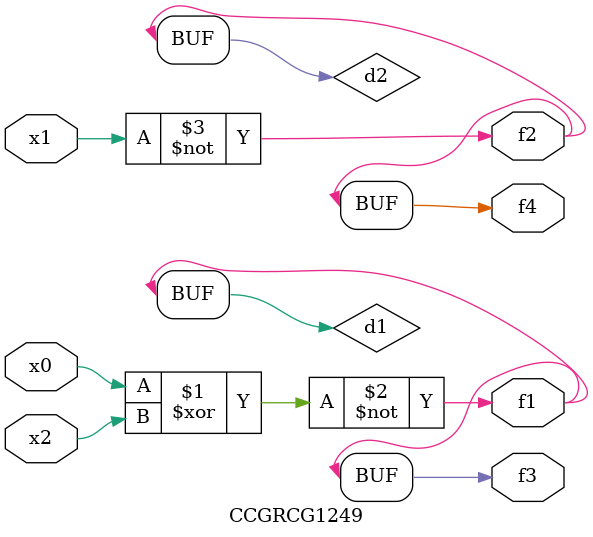
<source format=v>
module CCGRCG1249(
	input x0, x1, x2,
	output f1, f2, f3, f4
);

	wire d1, d2, d3;

	xnor (d1, x0, x2);
	nand (d2, x1);
	nor (d3, x1, x2);
	assign f1 = d1;
	assign f2 = d2;
	assign f3 = d1;
	assign f4 = d2;
endmodule

</source>
